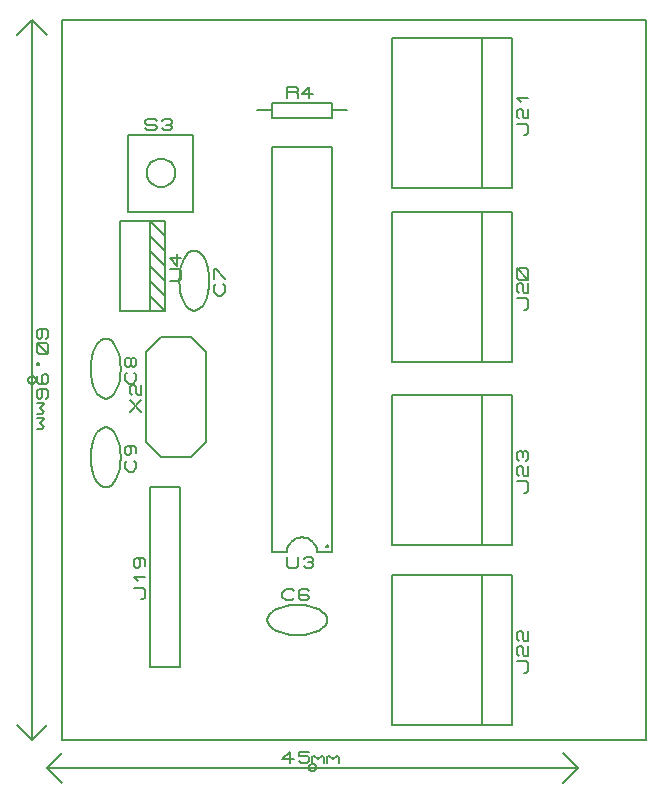
<source format=gbr>
G04 PROTEUS GERBER X2 FILE*
%TF.GenerationSoftware,Labcenter,Proteus,8.12-SP2-Build31155*%
%TF.CreationDate,2022-10-21T15:13:51+00:00*%
%TF.FileFunction,Legend,Top*%
%TF.FilePolarity,Positive*%
%TF.Part,Single*%
%TF.SameCoordinates,{a4a464b1-79f5-4a4b-a632-db850109d18e}*%
%FSLAX45Y45*%
%MOMM*%
G01*
%TA.AperFunction,Profile*%
%ADD17C,0.203200*%
%TA.AperFunction,Material*%
%ADD71C,0.203200*%
%TA.AperFunction,NonMaterial*%
%ADD20C,0.203200*%
%TD.AperFunction*%
D17*
X-7620000Y-1016000D02*
X-2675000Y-1016000D01*
X-2675000Y+5080000D01*
X-7620000Y+5080000D01*
X-7620000Y-1016000D01*
D71*
X-4822000Y+2183000D02*
X-3806000Y+2183000D01*
X-3806000Y+3453000D01*
X-4822000Y+3453000D01*
X-4822000Y+2183000D01*
X-4060000Y+3453000D02*
X-4060000Y+2183000D01*
X-3704400Y+2627500D02*
X-3689160Y+2627500D01*
X-3673920Y+2643375D01*
X-3673920Y+2706875D01*
X-3689160Y+2722750D01*
X-3765360Y+2722750D01*
X-3750120Y+2770375D02*
X-3765360Y+2786250D01*
X-3765360Y+2833875D01*
X-3750120Y+2849750D01*
X-3734880Y+2849750D01*
X-3719640Y+2833875D01*
X-3719640Y+2786250D01*
X-3704400Y+2770375D01*
X-3673920Y+2770375D01*
X-3673920Y+2849750D01*
X-3689160Y+2881500D02*
X-3750120Y+2881500D01*
X-3765360Y+2897375D01*
X-3765360Y+2960875D01*
X-3750120Y+2976750D01*
X-3689160Y+2976750D01*
X-3673920Y+2960875D01*
X-3673920Y+2897375D01*
X-3689160Y+2881500D01*
X-3673920Y+2881500D02*
X-3765360Y+2976750D01*
X-4822000Y+3659000D02*
X-3806000Y+3659000D01*
X-3806000Y+4929000D01*
X-4822000Y+4929000D01*
X-4822000Y+3659000D01*
X-4060000Y+4929000D02*
X-4060000Y+3659000D01*
X-3704400Y+4103500D02*
X-3689160Y+4103500D01*
X-3673920Y+4119375D01*
X-3673920Y+4182875D01*
X-3689160Y+4198750D01*
X-3765360Y+4198750D01*
X-3750120Y+4246375D02*
X-3765360Y+4262250D01*
X-3765360Y+4309875D01*
X-3750120Y+4325750D01*
X-3734880Y+4325750D01*
X-3719640Y+4309875D01*
X-3719640Y+4262250D01*
X-3704400Y+4246375D01*
X-3673920Y+4246375D01*
X-3673920Y+4325750D01*
X-3734880Y+4389250D02*
X-3765360Y+4421000D01*
X-3673920Y+4421000D01*
X-4822000Y-889000D02*
X-3806000Y-889000D01*
X-3806000Y+381000D01*
X-4822000Y+381000D01*
X-4822000Y-889000D01*
X-4060000Y+381000D02*
X-4060000Y-889000D01*
X-3704400Y-444500D02*
X-3689160Y-444500D01*
X-3673920Y-428625D01*
X-3673920Y-365125D01*
X-3689160Y-349250D01*
X-3765360Y-349250D01*
X-3750120Y-301625D02*
X-3765360Y-285750D01*
X-3765360Y-238125D01*
X-3750120Y-222250D01*
X-3734880Y-222250D01*
X-3719640Y-238125D01*
X-3719640Y-285750D01*
X-3704400Y-301625D01*
X-3673920Y-301625D01*
X-3673920Y-222250D01*
X-3750120Y-174625D02*
X-3765360Y-158750D01*
X-3765360Y-111125D01*
X-3750120Y-95250D01*
X-3734880Y-95250D01*
X-3719640Y-111125D01*
X-3719640Y-158750D01*
X-3704400Y-174625D01*
X-3673920Y-174625D01*
X-3673920Y-95250D01*
X-4822000Y+635000D02*
X-3806000Y+635000D01*
X-3806000Y+1905000D01*
X-4822000Y+1905000D01*
X-4822000Y+635000D01*
X-4060000Y+1905000D02*
X-4060000Y+635000D01*
X-3704400Y+1079500D02*
X-3689160Y+1079500D01*
X-3673920Y+1095375D01*
X-3673920Y+1158875D01*
X-3689160Y+1174750D01*
X-3765360Y+1174750D01*
X-3750120Y+1222375D02*
X-3765360Y+1238250D01*
X-3765360Y+1285875D01*
X-3750120Y+1301750D01*
X-3734880Y+1301750D01*
X-3719640Y+1285875D01*
X-3719640Y+1238250D01*
X-3704400Y+1222375D01*
X-3673920Y+1222375D01*
X-3673920Y+1301750D01*
X-3750120Y+1349375D02*
X-3765360Y+1365250D01*
X-3765360Y+1412875D01*
X-3750120Y+1428750D01*
X-3734880Y+1428750D01*
X-3719640Y+1412875D01*
X-3704400Y+1428750D01*
X-3689160Y+1428750D01*
X-3673920Y+1412875D01*
X-3673920Y+1365250D01*
X-3689160Y+1349375D01*
X-3719640Y+1381125D02*
X-3719640Y+1412875D01*
X-5969000Y+4318000D02*
X-5842000Y+4318000D01*
X-5842000Y+4254500D02*
X-5334000Y+4254500D01*
X-5334000Y+4381500D01*
X-5842000Y+4381500D01*
X-5842000Y+4254500D01*
X-5334000Y+4318000D02*
X-5207000Y+4318000D01*
X-5715000Y+4422140D02*
X-5715000Y+4513580D01*
X-5635625Y+4513580D01*
X-5619750Y+4498340D01*
X-5619750Y+4483100D01*
X-5635625Y+4467860D01*
X-5715000Y+4467860D01*
X-5635625Y+4467860D02*
X-5619750Y+4452620D01*
X-5619750Y+4422140D01*
X-5492750Y+4452620D02*
X-5588000Y+4452620D01*
X-5524500Y+4513580D01*
X-5524500Y+4422140D01*
X-7062000Y+3456000D02*
X-6512000Y+3456000D01*
X-6512000Y+4106000D01*
X-7062000Y+4106000D01*
X-7062000Y+3456000D01*
X-6662000Y+3786000D02*
X-6662404Y+3795844D01*
X-6665691Y+3815533D01*
X-6672560Y+3835222D01*
X-6683759Y+3854911D01*
X-6700894Y+3874441D01*
X-6720583Y+3889092D01*
X-6740272Y+3898511D01*
X-6759961Y+3903959D01*
X-6779650Y+3905977D01*
X-6782000Y+3906000D01*
X-6902000Y+3786000D02*
X-6901596Y+3795844D01*
X-6898309Y+3815533D01*
X-6891440Y+3835222D01*
X-6880241Y+3854911D01*
X-6863106Y+3874441D01*
X-6843417Y+3889092D01*
X-6823728Y+3898511D01*
X-6804039Y+3903959D01*
X-6784350Y+3905977D01*
X-6782000Y+3906000D01*
X-6902000Y+3786000D02*
X-6901596Y+3776156D01*
X-6898309Y+3756467D01*
X-6891440Y+3736778D01*
X-6880241Y+3717089D01*
X-6863106Y+3697559D01*
X-6843417Y+3682908D01*
X-6823728Y+3673489D01*
X-6804039Y+3668041D01*
X-6784350Y+3666023D01*
X-6782000Y+3666000D01*
X-6662000Y+3786000D02*
X-6662404Y+3776156D01*
X-6665691Y+3756467D01*
X-6672560Y+3736778D01*
X-6683759Y+3717089D01*
X-6700894Y+3697559D01*
X-6720583Y+3682908D01*
X-6740272Y+3673489D01*
X-6759961Y+3668041D01*
X-6779650Y+3666023D01*
X-6782000Y+3666000D01*
X-6914000Y+4161880D02*
X-6898125Y+4146640D01*
X-6834625Y+4146640D01*
X-6818750Y+4161880D01*
X-6818750Y+4177120D01*
X-6834625Y+4192360D01*
X-6898125Y+4192360D01*
X-6914000Y+4207600D01*
X-6914000Y+4222840D01*
X-6898125Y+4238080D01*
X-6834625Y+4238080D01*
X-6818750Y+4222840D01*
X-6771125Y+4222840D02*
X-6755250Y+4238080D01*
X-6707625Y+4238080D01*
X-6691750Y+4222840D01*
X-6691750Y+4207600D01*
X-6707625Y+4192360D01*
X-6691750Y+4177120D01*
X-6691750Y+4161880D01*
X-6707625Y+4146640D01*
X-6755250Y+4146640D01*
X-6771125Y+4161880D01*
X-6739375Y+4192360D02*
X-6707625Y+4192360D01*
X-5334000Y+573500D02*
X-5334000Y+4002500D01*
X-5842000Y+4002500D01*
X-5842000Y+573500D01*
X-5334000Y+573500D02*
X-5461000Y+573500D01*
X-5842000Y+573500D02*
X-5715000Y+573500D01*
X-5461000Y+573500D02*
X-5463527Y+599468D01*
X-5470798Y+623482D01*
X-5482348Y+645077D01*
X-5497711Y+663789D01*
X-5516423Y+679153D01*
X-5538019Y+690702D01*
X-5562033Y+697973D01*
X-5588000Y+700500D01*
X-5715000Y+573500D02*
X-5712473Y+599468D01*
X-5705202Y+623482D01*
X-5693652Y+645077D01*
X-5678289Y+663789D01*
X-5659577Y+679153D01*
X-5637982Y+690702D01*
X-5613968Y+697973D01*
X-5588000Y+700500D01*
X-5367456Y+624300D02*
X-5367481Y+624897D01*
X-5367683Y+626093D01*
X-5368107Y+627289D01*
X-5368801Y+628485D01*
X-5369861Y+629664D01*
X-5371057Y+630527D01*
X-5372253Y+631076D01*
X-5373449Y+631385D01*
X-5374640Y+631484D01*
X-5381824Y+624300D02*
X-5381799Y+624897D01*
X-5381597Y+626093D01*
X-5381173Y+627289D01*
X-5380479Y+628485D01*
X-5379419Y+629664D01*
X-5378223Y+630527D01*
X-5377027Y+631076D01*
X-5375831Y+631385D01*
X-5374640Y+631484D01*
X-5381824Y+624300D02*
X-5381799Y+623703D01*
X-5381597Y+622507D01*
X-5381173Y+621311D01*
X-5380479Y+620115D01*
X-5379419Y+618936D01*
X-5378223Y+618073D01*
X-5377027Y+617524D01*
X-5375831Y+617215D01*
X-5374640Y+617116D01*
X-5367456Y+624300D02*
X-5367481Y+623703D01*
X-5367683Y+622507D01*
X-5368107Y+621311D01*
X-5368801Y+620115D01*
X-5369861Y+618936D01*
X-5371057Y+618073D01*
X-5372253Y+617524D01*
X-5373449Y+617215D01*
X-5374640Y+617116D01*
X-5715000Y+532860D02*
X-5715000Y+456660D01*
X-5699125Y+441420D01*
X-5635625Y+441420D01*
X-5619750Y+456660D01*
X-5619750Y+532860D01*
X-5572125Y+517620D02*
X-5556250Y+532860D01*
X-5508625Y+532860D01*
X-5492750Y+517620D01*
X-5492750Y+502380D01*
X-5508625Y+487140D01*
X-5492750Y+471900D01*
X-5492750Y+456660D01*
X-5508625Y+441420D01*
X-5556250Y+441420D01*
X-5572125Y+456660D01*
X-5540375Y+487140D02*
X-5508625Y+487140D01*
X-7127000Y+2619000D02*
X-6873000Y+2619000D01*
X-6873000Y+3381000D01*
X-7127000Y+3381000D01*
X-7127000Y+2619000D01*
X-6873000Y+3381000D02*
X-6746000Y+3381000D01*
X-6746000Y+2619000D01*
X-6873000Y+2619000D01*
X-6873000Y+3381000D02*
X-6746000Y+3254000D01*
X-6873000Y+3254000D02*
X-6746000Y+3127000D01*
X-6873000Y+3127000D02*
X-6746000Y+3000000D01*
X-6873000Y+3000000D02*
X-6746000Y+2873000D01*
X-6873000Y+2873000D02*
X-6746000Y+2746000D01*
X-6873000Y+2746000D02*
X-6746000Y+2619000D01*
X-6705360Y+2873000D02*
X-6629160Y+2873000D01*
X-6613920Y+2888875D01*
X-6613920Y+2952375D01*
X-6629160Y+2968250D01*
X-6705360Y+2968250D01*
X-6644400Y+3095250D02*
X-6644400Y+3000000D01*
X-6705360Y+3063500D01*
X-6613920Y+3063500D01*
X-6909000Y+1511000D02*
X-6909000Y+2273000D01*
X-6782000Y+2400000D01*
X-6528000Y+2400000D01*
X-6401000Y+2273000D01*
X-6401000Y+1511000D01*
X-6528000Y+1384000D01*
X-6782000Y+1384000D01*
X-6909000Y+1511000D01*
X-7041080Y+1765000D02*
X-6949640Y+1860250D01*
X-6949640Y+1765000D02*
X-7041080Y+1860250D01*
X-7025840Y+1907875D02*
X-7041080Y+1923750D01*
X-7041080Y+1971375D01*
X-7025840Y+1987250D01*
X-7010600Y+1987250D01*
X-6995360Y+1971375D01*
X-6995360Y+1923750D01*
X-6980120Y+1907875D01*
X-6949640Y+1907875D01*
X-6949640Y+1987250D01*
X-5881000Y+0D02*
X-5875920Y+25876D01*
X-5861315Y+49848D01*
X-5838138Y+71438D01*
X-5807340Y+90170D01*
X-5769875Y+105569D01*
X-5726695Y+117158D01*
X-5678752Y+124460D01*
X-5627000Y+127000D01*
X-5373000Y+0D02*
X-5378080Y+25876D01*
X-5392685Y+49848D01*
X-5415862Y+71438D01*
X-5446660Y+90170D01*
X-5484125Y+105569D01*
X-5527305Y+117158D01*
X-5575248Y+124460D01*
X-5627000Y+127000D01*
X-5881000Y+0D02*
X-5875920Y-25876D01*
X-5861315Y-49848D01*
X-5838138Y-71438D01*
X-5807340Y-90170D01*
X-5769875Y-105569D01*
X-5726695Y-117158D01*
X-5678752Y-124460D01*
X-5627000Y-127000D01*
X-5373000Y+0D02*
X-5378080Y-25876D01*
X-5392685Y-49848D01*
X-5415862Y-71438D01*
X-5446660Y-90170D01*
X-5484125Y-105569D01*
X-5527305Y-117158D01*
X-5575248Y-124460D01*
X-5627000Y-127000D01*
X-5658750Y+182880D02*
X-5674625Y+167640D01*
X-5722250Y+167640D01*
X-5754000Y+198120D01*
X-5754000Y+228600D01*
X-5722250Y+259080D01*
X-5674625Y+259080D01*
X-5658750Y+243840D01*
X-5531750Y+243840D02*
X-5547625Y+259080D01*
X-5595250Y+259080D01*
X-5611125Y+243840D01*
X-5611125Y+182880D01*
X-5595250Y+167640D01*
X-5547625Y+167640D01*
X-5531750Y+182880D01*
X-5531750Y+198120D01*
X-5547625Y+213360D01*
X-5611125Y+213360D01*
X-6500000Y+3127000D02*
X-6474124Y+3121920D01*
X-6450152Y+3107315D01*
X-6428562Y+3084138D01*
X-6409830Y+3053340D01*
X-6394431Y+3015875D01*
X-6382842Y+2972695D01*
X-6375540Y+2924752D01*
X-6373000Y+2873000D01*
X-6500000Y+2619000D02*
X-6474124Y+2624080D01*
X-6450152Y+2638685D01*
X-6428562Y+2661862D01*
X-6409830Y+2692660D01*
X-6394431Y+2730125D01*
X-6382842Y+2773305D01*
X-6375540Y+2821248D01*
X-6373000Y+2873000D01*
X-6500000Y+3127000D02*
X-6525876Y+3121920D01*
X-6549848Y+3107315D01*
X-6571438Y+3084138D01*
X-6590170Y+3053340D01*
X-6605569Y+3015875D01*
X-6617158Y+2972695D01*
X-6624460Y+2924752D01*
X-6627000Y+2873000D01*
X-6500000Y+2619000D02*
X-6525876Y+2624080D01*
X-6549848Y+2638685D01*
X-6571438Y+2661862D01*
X-6590170Y+2692660D01*
X-6605569Y+2730125D01*
X-6617158Y+2773305D01*
X-6624460Y+2821248D01*
X-6627000Y+2873000D01*
X-6256160Y+2841250D02*
X-6240920Y+2825375D01*
X-6240920Y+2777750D01*
X-6271400Y+2746000D01*
X-6301880Y+2746000D01*
X-6332360Y+2777750D01*
X-6332360Y+2825375D01*
X-6317120Y+2841250D01*
X-6332360Y+2888875D02*
X-6332360Y+2968250D01*
X-6317120Y+2968250D01*
X-6240920Y+2888875D01*
X-7250000Y+2381000D02*
X-7224124Y+2375920D01*
X-7200152Y+2361315D01*
X-7178562Y+2338138D01*
X-7159830Y+2307340D01*
X-7144431Y+2269875D01*
X-7132842Y+2226695D01*
X-7125540Y+2178752D01*
X-7123000Y+2127000D01*
X-7250000Y+1873000D02*
X-7224124Y+1878080D01*
X-7200152Y+1892685D01*
X-7178562Y+1915862D01*
X-7159830Y+1946660D01*
X-7144431Y+1984125D01*
X-7132842Y+2027305D01*
X-7125540Y+2075248D01*
X-7123000Y+2127000D01*
X-7250000Y+2381000D02*
X-7275876Y+2375920D01*
X-7299848Y+2361315D01*
X-7321438Y+2338138D01*
X-7340170Y+2307340D01*
X-7355569Y+2269875D01*
X-7367158Y+2226695D01*
X-7374460Y+2178752D01*
X-7377000Y+2127000D01*
X-7250000Y+1873000D02*
X-7275876Y+1878080D01*
X-7299848Y+1892685D01*
X-7321438Y+1915862D01*
X-7340170Y+1946660D01*
X-7355569Y+1984125D01*
X-7367158Y+2027305D01*
X-7374460Y+2075248D01*
X-7377000Y+2127000D01*
X-7006160Y+2095250D02*
X-6990920Y+2079375D01*
X-6990920Y+2031750D01*
X-7021400Y+2000000D01*
X-7051880Y+2000000D01*
X-7082360Y+2031750D01*
X-7082360Y+2079375D01*
X-7067120Y+2095250D01*
X-7036640Y+2158750D02*
X-7051880Y+2142875D01*
X-7067120Y+2142875D01*
X-7082360Y+2158750D01*
X-7082360Y+2206375D01*
X-7067120Y+2222250D01*
X-7051880Y+2222250D01*
X-7036640Y+2206375D01*
X-7036640Y+2158750D01*
X-7021400Y+2142875D01*
X-7006160Y+2142875D01*
X-6990920Y+2158750D01*
X-6990920Y+2206375D01*
X-7006160Y+2222250D01*
X-7021400Y+2222250D01*
X-7036640Y+2206375D01*
X-7250000Y+1631000D02*
X-7224124Y+1625920D01*
X-7200152Y+1611315D01*
X-7178562Y+1588138D01*
X-7159830Y+1557340D01*
X-7144431Y+1519875D01*
X-7132842Y+1476695D01*
X-7125540Y+1428752D01*
X-7123000Y+1377000D01*
X-7250000Y+1123000D02*
X-7224124Y+1128080D01*
X-7200152Y+1142685D01*
X-7178562Y+1165862D01*
X-7159830Y+1196660D01*
X-7144431Y+1234125D01*
X-7132842Y+1277305D01*
X-7125540Y+1325248D01*
X-7123000Y+1377000D01*
X-7250000Y+1631000D02*
X-7275876Y+1625920D01*
X-7299848Y+1611315D01*
X-7321438Y+1588138D01*
X-7340170Y+1557340D01*
X-7355569Y+1519875D01*
X-7367158Y+1476695D01*
X-7374460Y+1428752D01*
X-7377000Y+1377000D01*
X-7250000Y+1123000D02*
X-7275876Y+1128080D01*
X-7299848Y+1142685D01*
X-7321438Y+1165862D01*
X-7340170Y+1196660D01*
X-7355569Y+1234125D01*
X-7367158Y+1277305D01*
X-7374460Y+1325248D01*
X-7377000Y+1377000D01*
X-7006160Y+1349250D02*
X-6990920Y+1333375D01*
X-6990920Y+1285750D01*
X-7021400Y+1254000D01*
X-7051880Y+1254000D01*
X-7082360Y+1285750D01*
X-7082360Y+1333375D01*
X-7067120Y+1349250D01*
X-7051880Y+1476250D02*
X-7036640Y+1460375D01*
X-7036640Y+1412750D01*
X-7051880Y+1396875D01*
X-7067120Y+1396875D01*
X-7082360Y+1412750D01*
X-7082360Y+1460375D01*
X-7067120Y+1476250D01*
X-7006160Y+1476250D01*
X-6990920Y+1460375D01*
X-6990920Y+1412750D01*
X-6877000Y-397000D02*
X-6623000Y-397000D01*
X-6623000Y+1127000D01*
X-6877000Y+1127000D01*
X-6877000Y-397000D01*
X-6948120Y+174500D02*
X-6932880Y+174500D01*
X-6917640Y+190375D01*
X-6917640Y+253875D01*
X-6932880Y+269750D01*
X-7009080Y+269750D01*
X-6978600Y+333250D02*
X-7009080Y+365000D01*
X-6917640Y+365000D01*
X-6978600Y+523750D02*
X-6963360Y+507875D01*
X-6963360Y+460250D01*
X-6978600Y+444375D01*
X-6993840Y+444375D01*
X-7009080Y+460250D01*
X-7009080Y+507875D01*
X-6993840Y+523750D01*
X-6932880Y+523750D01*
X-6917640Y+507875D01*
X-6917640Y+460250D01*
D20*
X-7874000Y+5080000D02*
X-7874000Y-1016000D01*
X-7874000Y+5080000D02*
X-8001000Y+4953000D01*
X-7874000Y+5080000D02*
X-7747000Y+4953000D01*
X-7874000Y-1016000D02*
X-7747000Y-889000D01*
X-7874000Y-1016000D02*
X-8001000Y-889000D01*
X-7842250Y+2032000D02*
X-7842359Y+2034634D01*
X-7843249Y+2039903D01*
X-7845111Y+2045172D01*
X-7848154Y+2050441D01*
X-7852809Y+2055643D01*
X-7858078Y+2059469D01*
X-7863347Y+2061909D01*
X-7868616Y+2063290D01*
X-7873885Y+2063750D01*
X-7874000Y+2063750D01*
X-7905750Y+2032000D02*
X-7905641Y+2034634D01*
X-7904751Y+2039903D01*
X-7902889Y+2045172D01*
X-7899846Y+2050441D01*
X-7895191Y+2055643D01*
X-7889922Y+2059469D01*
X-7884653Y+2061909D01*
X-7879384Y+2063290D01*
X-7874115Y+2063750D01*
X-7874000Y+2063750D01*
X-7905750Y+2032000D02*
X-7905641Y+2029366D01*
X-7904751Y+2024097D01*
X-7902889Y+2018828D01*
X-7899846Y+2013559D01*
X-7895191Y+2008357D01*
X-7889922Y+2004531D01*
X-7884653Y+2002091D01*
X-7879384Y+2000710D01*
X-7874115Y+2000250D01*
X-7874000Y+2000250D01*
X-7842250Y+2032000D02*
X-7842359Y+2029366D01*
X-7843249Y+2024097D01*
X-7845111Y+2018828D01*
X-7848154Y+2013559D01*
X-7852809Y+2008357D01*
X-7858078Y+2004531D01*
X-7863347Y+2002091D01*
X-7868616Y+2000710D01*
X-7873885Y+2000250D01*
X-7874000Y+2000250D01*
X-7757160Y+2381250D02*
X-7741920Y+2397125D01*
X-7741920Y+2444750D01*
X-7757160Y+2460625D01*
X-7818120Y+2460625D01*
X-7833360Y+2444750D01*
X-7833360Y+2397125D01*
X-7818120Y+2381250D01*
X-7802880Y+2381250D01*
X-7787640Y+2397125D01*
X-7787640Y+2460625D01*
X-7818120Y+2349500D02*
X-7757160Y+2349500D01*
X-7741920Y+2333625D01*
X-7741920Y+2270125D01*
X-7757160Y+2254250D01*
X-7818120Y+2254250D01*
X-7833360Y+2270125D01*
X-7833360Y+2333625D01*
X-7818120Y+2349500D01*
X-7833360Y+2349500D02*
X-7741920Y+2254250D01*
X-7818120Y+2174875D02*
X-7818120Y+2159000D01*
X-7833360Y+2159000D01*
X-7833360Y+2174875D01*
X-7818120Y+2174875D01*
X-7772400Y+2000250D02*
X-7787640Y+2016125D01*
X-7787640Y+2063750D01*
X-7772400Y+2079625D01*
X-7757160Y+2079625D01*
X-7741920Y+2063750D01*
X-7741920Y+2016125D01*
X-7757160Y+2000250D01*
X-7818120Y+2000250D01*
X-7833360Y+2016125D01*
X-7833360Y+2063750D01*
X-7757160Y+1873250D02*
X-7741920Y+1889125D01*
X-7741920Y+1936750D01*
X-7757160Y+1952625D01*
X-7818120Y+1952625D01*
X-7833360Y+1936750D01*
X-7833360Y+1889125D01*
X-7818120Y+1873250D01*
X-7802880Y+1873250D01*
X-7787640Y+1889125D01*
X-7787640Y+1952625D01*
X-7833360Y+1841500D02*
X-7772400Y+1841500D01*
X-7787640Y+1841500D02*
X-7772400Y+1825625D01*
X-7802880Y+1793875D01*
X-7772400Y+1762125D01*
X-7787640Y+1746250D01*
X-7833360Y+1746250D01*
X-7833360Y+1714500D02*
X-7772400Y+1714500D01*
X-7787640Y+1714500D02*
X-7772400Y+1698625D01*
X-7802880Y+1666875D01*
X-7772400Y+1635125D01*
X-7787640Y+1619250D01*
X-7833360Y+1619250D01*
X-7750000Y-1250000D02*
X-3250000Y-1250000D01*
X-7750000Y-1250000D02*
X-7623000Y-1377000D01*
X-7750000Y-1250000D02*
X-7623000Y-1123000D01*
X-3250000Y-1250000D02*
X-3377000Y-1123000D01*
X-3250000Y-1250000D02*
X-3377000Y-1377000D01*
X-5468250Y-1250000D02*
X-5468359Y-1247366D01*
X-5469249Y-1242097D01*
X-5471111Y-1236828D01*
X-5474154Y-1231559D01*
X-5478809Y-1226357D01*
X-5484078Y-1222531D01*
X-5489347Y-1220091D01*
X-5494616Y-1218710D01*
X-5499885Y-1218250D01*
X-5500000Y-1218250D01*
X-5531750Y-1250000D02*
X-5531641Y-1247366D01*
X-5530751Y-1242097D01*
X-5528889Y-1236828D01*
X-5525846Y-1231559D01*
X-5521191Y-1226357D01*
X-5515922Y-1222531D01*
X-5510653Y-1220091D01*
X-5505384Y-1218710D01*
X-5500115Y-1218250D01*
X-5500000Y-1218250D01*
X-5531750Y-1250000D02*
X-5531641Y-1252634D01*
X-5530751Y-1257903D01*
X-5528889Y-1263172D01*
X-5525846Y-1268441D01*
X-5521191Y-1273643D01*
X-5515922Y-1277469D01*
X-5510653Y-1279909D01*
X-5505384Y-1281290D01*
X-5500115Y-1281750D01*
X-5500000Y-1281750D01*
X-5468250Y-1250000D02*
X-5468359Y-1252634D01*
X-5469249Y-1257903D01*
X-5471111Y-1263172D01*
X-5474154Y-1268441D01*
X-5478809Y-1273643D01*
X-5484078Y-1277469D01*
X-5489347Y-1279909D01*
X-5494616Y-1281290D01*
X-5499885Y-1281750D01*
X-5500000Y-1281750D01*
X-5658750Y-1178880D02*
X-5754000Y-1178880D01*
X-5690500Y-1117920D01*
X-5690500Y-1209360D01*
X-5531750Y-1117920D02*
X-5611125Y-1117920D01*
X-5611125Y-1148400D01*
X-5547625Y-1148400D01*
X-5531750Y-1163640D01*
X-5531750Y-1194120D01*
X-5547625Y-1209360D01*
X-5595250Y-1209360D01*
X-5611125Y-1194120D01*
X-5500000Y-1209360D02*
X-5500000Y-1148400D01*
X-5500000Y-1163640D02*
X-5484125Y-1148400D01*
X-5452375Y-1178880D01*
X-5420625Y-1148400D01*
X-5404750Y-1163640D01*
X-5404750Y-1209360D01*
X-5373000Y-1209360D02*
X-5373000Y-1148400D01*
X-5373000Y-1163640D02*
X-5357125Y-1148400D01*
X-5325375Y-1178880D01*
X-5293625Y-1148400D01*
X-5277750Y-1163640D01*
X-5277750Y-1209360D01*
M02*

</source>
